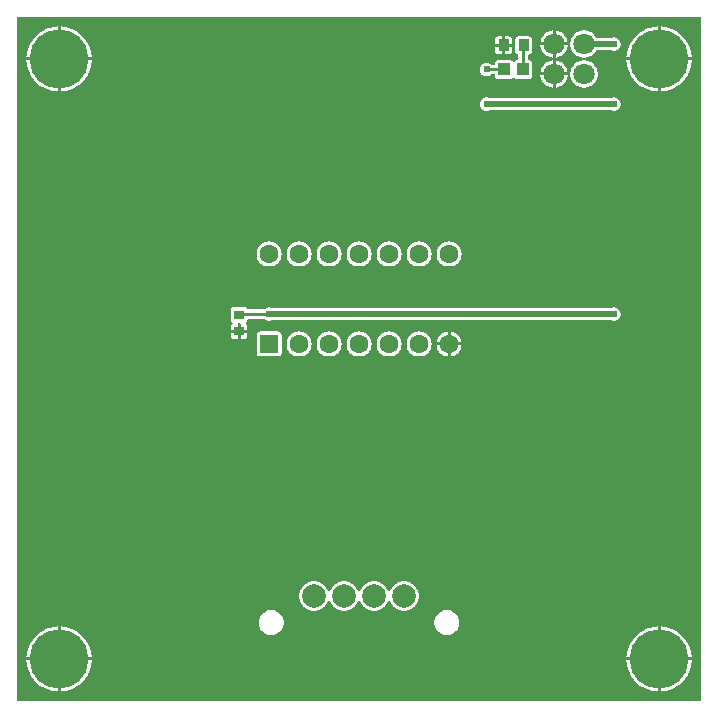
<source format=gtl>
G04 Layer: TopLayer*
G04 EasyEDA v6.5.22, 2022-11-04 13:25:20*
G04 85924a54d7f443bcb71dc3a66c5b611b,5a6b42c53f6a479593ecc07194224c93,10*
G04 Gerber Generator version 0.2*
G04 Scale: 100 percent, Rotated: No, Reflected: No *
G04 Dimensions in millimeters *
G04 leading zeros omitted , absolute positions ,4 integer and 5 decimal *
%FSLAX45Y45*%
%MOMM*%

%ADD10C,0.2540*%
%ADD11C,0.5000*%
%ADD12R,0.9000X0.8000*%
%ADD13R,0.8999X1.0000*%
%ADD14R,1.0000X1.1000*%
%ADD15R,1.6002X1.6002*%
%ADD16C,1.6002*%
%ADD17C,5.0000*%
%ADD18C,1.8000*%
%ADD19C,2.0000*%
%ADD20C,0.6096*%
%ADD21C,0.0179*%

%LPD*%
G36*
X5805932Y25908D02*
G01*
X36068Y26416D01*
X32156Y27178D01*
X28905Y29362D01*
X26670Y32664D01*
X25908Y36576D01*
X25908Y5805932D01*
X26670Y5809843D01*
X28905Y5813094D01*
X32156Y5815330D01*
X36068Y5816092D01*
X5805932Y5816092D01*
X5809843Y5815330D01*
X5813094Y5813094D01*
X5815330Y5809843D01*
X5816092Y5805932D01*
X5816092Y36068D01*
X5815330Y32207D01*
X5813094Y28905D01*
X5809843Y26670D01*
G37*

%LPC*%
G36*
X3175000Y3704082D02*
G01*
X3188817Y3704996D01*
X3202381Y3707688D01*
X3215538Y3712159D01*
X3227933Y3718306D01*
X3239465Y3725976D01*
X3249879Y3735120D01*
X3259023Y3745534D01*
X3266694Y3757066D01*
X3272840Y3769461D01*
X3277260Y3782568D01*
X3280003Y3796182D01*
X3280867Y3810000D01*
X3280003Y3823817D01*
X3277260Y3837381D01*
X3272840Y3850538D01*
X3266694Y3862933D01*
X3259023Y3874465D01*
X3249879Y3884879D01*
X3239465Y3894023D01*
X3227933Y3901694D01*
X3215538Y3907840D01*
X3202381Y3912260D01*
X3188817Y3915003D01*
X3175000Y3915867D01*
X3161182Y3915003D01*
X3147568Y3912260D01*
X3134461Y3907840D01*
X3122066Y3901694D01*
X3110534Y3894023D01*
X3100120Y3884879D01*
X3090976Y3874465D01*
X3083306Y3862933D01*
X3077159Y3850538D01*
X3072688Y3837381D01*
X3069996Y3823817D01*
X3069082Y3810000D01*
X3069996Y3796182D01*
X3072688Y3782568D01*
X3077159Y3769461D01*
X3083306Y3757066D01*
X3090976Y3745534D01*
X3100120Y3735120D01*
X3110534Y3725976D01*
X3122066Y3718306D01*
X3134461Y3712159D01*
X3147568Y3707688D01*
X3161182Y3704996D01*
G37*
G36*
X393700Y105562D02*
G01*
X398322Y105664D01*
X421284Y108051D01*
X443992Y112369D01*
X466242Y118618D01*
X487934Y126644D01*
X508812Y136499D01*
X528828Y148031D01*
X547827Y161239D01*
X565607Y175971D01*
X582117Y192125D01*
X597204Y209600D01*
X610819Y228295D01*
X622757Y248107D01*
X633018Y268782D01*
X641553Y290271D01*
X648208Y312369D01*
X653034Y334975D01*
X655929Y357936D01*
X656336Y368300D01*
X393700Y368300D01*
G37*
G36*
X5448300Y105613D02*
G01*
X5448300Y368300D01*
X5185410Y368300D01*
X5187289Y346405D01*
X5191150Y323646D01*
X5196890Y301244D01*
X5204460Y279450D01*
X5213858Y258317D01*
X5224983Y238099D01*
X5237784Y218846D01*
X5252161Y200710D01*
X5267960Y183896D01*
X5285130Y168402D01*
X5303520Y154432D01*
X5323027Y142087D01*
X5343499Y131368D01*
X5364835Y122428D01*
X5386781Y115265D01*
X5409285Y109982D01*
X5432145Y106629D01*
G37*
G36*
X368300Y105613D02*
G01*
X368300Y368300D01*
X105410Y368300D01*
X107289Y346405D01*
X111150Y323646D01*
X116890Y301244D01*
X124460Y279450D01*
X133858Y258317D01*
X144983Y238099D01*
X157784Y218846D01*
X172161Y200710D01*
X187960Y183896D01*
X205130Y168402D01*
X223520Y154432D01*
X243027Y142087D01*
X263499Y131368D01*
X284835Y122428D01*
X306781Y115265D01*
X329285Y109982D01*
X352145Y106629D01*
G37*
G36*
X5473700Y393700D02*
G01*
X5736336Y393700D01*
X5735929Y404063D01*
X5733034Y427024D01*
X5728208Y449630D01*
X5721553Y471728D01*
X5713018Y493217D01*
X5702757Y513892D01*
X5690819Y533704D01*
X5677204Y552348D01*
X5662117Y569874D01*
X5645607Y586028D01*
X5627827Y600760D01*
X5608828Y613968D01*
X5588812Y625500D01*
X5567934Y635355D01*
X5546242Y643382D01*
X5523992Y649630D01*
X5501284Y653948D01*
X5478322Y656336D01*
X5473700Y656437D01*
G37*
G36*
X393700Y393700D02*
G01*
X656336Y393700D01*
X655929Y404063D01*
X653034Y427024D01*
X648208Y449630D01*
X641553Y471728D01*
X633018Y493217D01*
X622757Y513892D01*
X610819Y533704D01*
X597204Y552348D01*
X582117Y569874D01*
X565607Y586028D01*
X547827Y600760D01*
X528828Y613968D01*
X508812Y625500D01*
X487934Y635355D01*
X466242Y643382D01*
X443992Y649630D01*
X421284Y653948D01*
X398322Y656336D01*
X393700Y656437D01*
G37*
G36*
X5185410Y393700D02*
G01*
X5448300Y393700D01*
X5448300Y656386D01*
X5432145Y655370D01*
X5409285Y652018D01*
X5386781Y646734D01*
X5364835Y639572D01*
X5343499Y630631D01*
X5323027Y619912D01*
X5303520Y607568D01*
X5285130Y593598D01*
X5267960Y578104D01*
X5252161Y561289D01*
X5237784Y543153D01*
X5224983Y523900D01*
X5213858Y503682D01*
X5204460Y482549D01*
X5196890Y460756D01*
X5191150Y438353D01*
X5187289Y415594D01*
G37*
G36*
X105410Y393700D02*
G01*
X368300Y393700D01*
X368300Y656386D01*
X352145Y655370D01*
X329285Y652018D01*
X306781Y646734D01*
X284835Y639572D01*
X263499Y630631D01*
X243027Y619912D01*
X223520Y607568D01*
X205130Y593598D01*
X187960Y578104D01*
X172161Y561289D01*
X157784Y543153D01*
X144983Y523900D01*
X133858Y503682D01*
X124460Y482549D01*
X116890Y460756D01*
X111150Y438353D01*
X107289Y415594D01*
G37*
G36*
X2177440Y583488D02*
G01*
X2191258Y584403D01*
X2204821Y587095D01*
X2217978Y591566D01*
X2230374Y597662D01*
X2241905Y605383D01*
X2252319Y614527D01*
X2261412Y624941D01*
X2269134Y636422D01*
X2275281Y648868D01*
X2279700Y661974D01*
X2282393Y675538D01*
X2283307Y689356D01*
X2282393Y703224D01*
X2279700Y716788D01*
X2275281Y729894D01*
X2269134Y742340D01*
X2261412Y753821D01*
X2252319Y764235D01*
X2241905Y773379D01*
X2230374Y781100D01*
X2217978Y787196D01*
X2204821Y791667D01*
X2191258Y794359D01*
X2177440Y795274D01*
X2163622Y794359D01*
X2150008Y791667D01*
X2136902Y787196D01*
X2124506Y781100D01*
X2112975Y773379D01*
X2102561Y764235D01*
X2093417Y753821D01*
X2085746Y742340D01*
X2079599Y729894D01*
X2075129Y716788D01*
X2072436Y703224D01*
X2071522Y689356D01*
X2072436Y675538D01*
X2075129Y661974D01*
X2079599Y648868D01*
X2085746Y636422D01*
X2093417Y624941D01*
X2102561Y614527D01*
X2112975Y605383D01*
X2124506Y597662D01*
X2136902Y591566D01*
X2150008Y587095D01*
X2163622Y584403D01*
G37*
G36*
X3664508Y583488D02*
G01*
X3678326Y584403D01*
X3691940Y587095D01*
X3705047Y591566D01*
X3717493Y597662D01*
X3728974Y605383D01*
X3739387Y614527D01*
X3748532Y624941D01*
X3756202Y636422D01*
X3762349Y648868D01*
X3766820Y661974D01*
X3769512Y675538D01*
X3770426Y689356D01*
X3769512Y703224D01*
X3766820Y716788D01*
X3762349Y729894D01*
X3756202Y742340D01*
X3748532Y753821D01*
X3739387Y764235D01*
X3728974Y773379D01*
X3717493Y781100D01*
X3705047Y787196D01*
X3691940Y791667D01*
X3678326Y794359D01*
X3664508Y795274D01*
X3650691Y794359D01*
X3637127Y791667D01*
X3624021Y787196D01*
X3611575Y781100D01*
X3600043Y773379D01*
X3589629Y764235D01*
X3580536Y753821D01*
X3572814Y742340D01*
X3566718Y729894D01*
X3562248Y716788D01*
X3559556Y703224D01*
X3558641Y689356D01*
X3559556Y675538D01*
X3562248Y661974D01*
X3566718Y648868D01*
X3572814Y636422D01*
X3580536Y624941D01*
X3589629Y614527D01*
X3600043Y605383D01*
X3611575Y597662D01*
X3624021Y591566D01*
X3637127Y587095D01*
X3650691Y584403D01*
G37*
G36*
X2540000Y788517D02*
G01*
X2555189Y789432D01*
X2570124Y792175D01*
X2584653Y796696D01*
X2598521Y802894D01*
X2611526Y810768D01*
X2623464Y820166D01*
X2634234Y830884D01*
X2643581Y842873D01*
X2651455Y855878D01*
X2657754Y869797D01*
X2659938Y872947D01*
X2663190Y875080D01*
X2667000Y875792D01*
X2670810Y875080D01*
X2674061Y872947D01*
X2676245Y869797D01*
X2682544Y855878D01*
X2690418Y842873D01*
X2699766Y830884D01*
X2710535Y820166D01*
X2722473Y810768D01*
X2735478Y802894D01*
X2749346Y796696D01*
X2763875Y792175D01*
X2778810Y789432D01*
X2794000Y788517D01*
X2809189Y789432D01*
X2824124Y792175D01*
X2838653Y796696D01*
X2852521Y802894D01*
X2865526Y810768D01*
X2877464Y820166D01*
X2888234Y830884D01*
X2897581Y842873D01*
X2905455Y855878D01*
X2911754Y869797D01*
X2913938Y872947D01*
X2917190Y875080D01*
X2921000Y875792D01*
X2924810Y875080D01*
X2928061Y872947D01*
X2930245Y869797D01*
X2936544Y855878D01*
X2944418Y842873D01*
X2953766Y830884D01*
X2964535Y820166D01*
X2976473Y810768D01*
X2989478Y802894D01*
X3003346Y796696D01*
X3017875Y792175D01*
X3032810Y789432D01*
X3048000Y788517D01*
X3063189Y789432D01*
X3078124Y792175D01*
X3092653Y796696D01*
X3106521Y802894D01*
X3119526Y810768D01*
X3131464Y820166D01*
X3142234Y830884D01*
X3151581Y842873D01*
X3159455Y855878D01*
X3165754Y869797D01*
X3167938Y872947D01*
X3171190Y875080D01*
X3175000Y875792D01*
X3178810Y875080D01*
X3182061Y872947D01*
X3184245Y869797D01*
X3190544Y855878D01*
X3198418Y842873D01*
X3207766Y830884D01*
X3218535Y820166D01*
X3230473Y810768D01*
X3243478Y802894D01*
X3257346Y796696D01*
X3271875Y792175D01*
X3286810Y789432D01*
X3302000Y788517D01*
X3317189Y789432D01*
X3332124Y792175D01*
X3346653Y796696D01*
X3360521Y802894D01*
X3373526Y810768D01*
X3385464Y820166D01*
X3396234Y830884D01*
X3405581Y842873D01*
X3413455Y855878D01*
X3419703Y869746D01*
X3424224Y884275D01*
X3426968Y899210D01*
X3427882Y914400D01*
X3426968Y929538D01*
X3424224Y944524D01*
X3419703Y959053D01*
X3413455Y972870D01*
X3405581Y985875D01*
X3396234Y997864D01*
X3385464Y1008634D01*
X3373526Y1017981D01*
X3360521Y1025855D01*
X3346653Y1032103D01*
X3332124Y1036624D01*
X3317189Y1039368D01*
X3302000Y1040282D01*
X3286810Y1039368D01*
X3271875Y1036624D01*
X3257346Y1032103D01*
X3243478Y1025855D01*
X3230473Y1017981D01*
X3218535Y1008634D01*
X3207766Y997864D01*
X3198418Y985875D01*
X3190544Y972870D01*
X3184245Y958951D01*
X3182061Y955802D01*
X3178810Y953719D01*
X3175000Y952957D01*
X3171190Y953719D01*
X3167938Y955802D01*
X3165754Y958951D01*
X3159455Y972870D01*
X3151581Y985875D01*
X3142234Y997864D01*
X3131464Y1008634D01*
X3119526Y1017981D01*
X3106521Y1025855D01*
X3092653Y1032103D01*
X3078124Y1036624D01*
X3063189Y1039368D01*
X3048000Y1040282D01*
X3032810Y1039368D01*
X3017875Y1036624D01*
X3003346Y1032103D01*
X2989478Y1025855D01*
X2976473Y1017981D01*
X2964535Y1008634D01*
X2953766Y997864D01*
X2944418Y985875D01*
X2936544Y972870D01*
X2930245Y958951D01*
X2928061Y955802D01*
X2924810Y953719D01*
X2921000Y952957D01*
X2917190Y953719D01*
X2913938Y955802D01*
X2911754Y958951D01*
X2905455Y972870D01*
X2897581Y985875D01*
X2888234Y997864D01*
X2877464Y1008634D01*
X2865526Y1017981D01*
X2852521Y1025855D01*
X2838653Y1032103D01*
X2824124Y1036624D01*
X2809189Y1039368D01*
X2794000Y1040282D01*
X2778810Y1039368D01*
X2763875Y1036624D01*
X2749346Y1032103D01*
X2735478Y1025855D01*
X2722473Y1017981D01*
X2710535Y1008634D01*
X2699766Y997864D01*
X2690418Y985875D01*
X2682544Y972870D01*
X2676245Y958951D01*
X2674061Y955802D01*
X2670810Y953719D01*
X2667000Y952957D01*
X2663190Y953719D01*
X2659938Y955802D01*
X2657754Y958951D01*
X2651455Y972870D01*
X2643581Y985875D01*
X2634234Y997864D01*
X2623464Y1008634D01*
X2611526Y1017981D01*
X2598521Y1025855D01*
X2584653Y1032103D01*
X2570124Y1036624D01*
X2555189Y1039368D01*
X2540000Y1040282D01*
X2524810Y1039368D01*
X2509875Y1036624D01*
X2495346Y1032103D01*
X2481478Y1025855D01*
X2468473Y1017981D01*
X2456535Y1008634D01*
X2445766Y997864D01*
X2436418Y985875D01*
X2428544Y972870D01*
X2422296Y959053D01*
X2417775Y944524D01*
X2415032Y929538D01*
X2414117Y914400D01*
X2415032Y899210D01*
X2417775Y884275D01*
X2422296Y869746D01*
X2428544Y855878D01*
X2436418Y842873D01*
X2445766Y830884D01*
X2456535Y820166D01*
X2468473Y810768D01*
X2481478Y802894D01*
X2495346Y796696D01*
X2509875Y792175D01*
X2524810Y789432D01*
G37*
G36*
X4456887Y5600700D02*
G01*
X4559300Y5600700D01*
X4559300Y5702960D01*
X4550308Y5701842D01*
X4536186Y5698236D01*
X4522673Y5692851D01*
X4509922Y5685840D01*
X4498136Y5677306D01*
X4487519Y5667349D01*
X4478223Y5656122D01*
X4470450Y5643829D01*
X4464253Y5630672D01*
X4459732Y5616803D01*
X4457039Y5602528D01*
G37*
G36*
X4584700Y5600700D02*
G01*
X4687112Y5600700D01*
X4686960Y5602528D01*
X4684268Y5616803D01*
X4679746Y5630672D01*
X4673549Y5643829D01*
X4665776Y5656122D01*
X4656480Y5667349D01*
X4645863Y5677306D01*
X4634077Y5685840D01*
X4621326Y5692851D01*
X4607814Y5698236D01*
X4593691Y5701842D01*
X4584700Y5702960D01*
G37*
G36*
X4073194Y5588000D02*
G01*
X4131411Y5588000D01*
X4131411Y5651195D01*
X4099661Y5651195D01*
X4093362Y5650484D01*
X4087876Y5648604D01*
X4082999Y5645505D01*
X4078884Y5641390D01*
X4075785Y5636514D01*
X4073906Y5631027D01*
X4073194Y5624728D01*
G37*
G36*
X4156811Y5588000D02*
G01*
X4214977Y5588000D01*
X4214977Y5624728D01*
X4214266Y5631027D01*
X4212386Y5636514D01*
X4209288Y5641390D01*
X4205224Y5645505D01*
X4200296Y5648604D01*
X4194860Y5650484D01*
X4188510Y5651195D01*
X4156811Y5651195D01*
G37*
G36*
X4099661Y5499404D02*
G01*
X4131411Y5499404D01*
X4131411Y5562600D01*
X4073194Y5562600D01*
X4073194Y5525871D01*
X4073906Y5519521D01*
X4075785Y5514086D01*
X4078884Y5509158D01*
X4082999Y5505094D01*
X4087876Y5501995D01*
X4093362Y5500116D01*
G37*
G36*
X4156811Y5499404D02*
G01*
X4188510Y5499404D01*
X4194860Y5500116D01*
X4200296Y5501995D01*
X4205224Y5505094D01*
X4209288Y5509158D01*
X4212386Y5514086D01*
X4214266Y5519521D01*
X4214977Y5525871D01*
X4214977Y5562600D01*
X4156811Y5562600D01*
G37*
G36*
X2921000Y2942082D02*
G01*
X2934817Y2942996D01*
X2948381Y2945688D01*
X2961538Y2950159D01*
X2973933Y2956306D01*
X2985465Y2963976D01*
X2995879Y2973120D01*
X3005023Y2983534D01*
X3012694Y2995066D01*
X3018840Y3007461D01*
X3023260Y3020568D01*
X3026003Y3034182D01*
X3026867Y3048000D01*
X3026003Y3061817D01*
X3023260Y3075381D01*
X3018840Y3088538D01*
X3012694Y3100933D01*
X3005023Y3112465D01*
X2995879Y3122879D01*
X2985465Y3132023D01*
X2973933Y3139694D01*
X2961538Y3145840D01*
X2948381Y3150260D01*
X2934817Y3153003D01*
X2921000Y3153867D01*
X2907182Y3153003D01*
X2893568Y3150260D01*
X2880461Y3145840D01*
X2868066Y3139694D01*
X2856534Y3132023D01*
X2846120Y3122879D01*
X2836976Y3112465D01*
X2829306Y3100933D01*
X2823159Y3088538D01*
X2818688Y3075381D01*
X2815996Y3061817D01*
X2815082Y3048000D01*
X2815996Y3034182D01*
X2818688Y3020568D01*
X2823159Y3007461D01*
X2829306Y2995066D01*
X2836976Y2983534D01*
X2846120Y2973120D01*
X2856534Y2963976D01*
X2868066Y2956306D01*
X2880461Y2950159D01*
X2893568Y2945688D01*
X2907182Y2942996D01*
G37*
G36*
X2667000Y2942082D02*
G01*
X2680817Y2942996D01*
X2694381Y2945688D01*
X2707538Y2950159D01*
X2719933Y2956306D01*
X2731465Y2963976D01*
X2741879Y2973120D01*
X2751023Y2983534D01*
X2758694Y2995066D01*
X2764840Y3007461D01*
X2769260Y3020568D01*
X2772003Y3034182D01*
X2772867Y3048000D01*
X2772003Y3061817D01*
X2769260Y3075381D01*
X2764840Y3088538D01*
X2758694Y3100933D01*
X2751023Y3112465D01*
X2741879Y3122879D01*
X2731465Y3132023D01*
X2719933Y3139694D01*
X2707538Y3145840D01*
X2694381Y3150260D01*
X2680817Y3153003D01*
X2667000Y3153867D01*
X2653182Y3153003D01*
X2639568Y3150260D01*
X2626461Y3145840D01*
X2614066Y3139694D01*
X2602534Y3132023D01*
X2592120Y3122879D01*
X2582976Y3112465D01*
X2575306Y3100933D01*
X2569159Y3088538D01*
X2564688Y3075381D01*
X2561996Y3061817D01*
X2561082Y3048000D01*
X2561996Y3034182D01*
X2564688Y3020568D01*
X2569159Y3007461D01*
X2575306Y2995066D01*
X2582976Y2983534D01*
X2592120Y2973120D01*
X2602534Y2963976D01*
X2614066Y2956306D01*
X2626461Y2950159D01*
X2639568Y2945688D01*
X2653182Y2942996D01*
G37*
G36*
X2413000Y2942082D02*
G01*
X2426817Y2942996D01*
X2440381Y2945688D01*
X2453538Y2950159D01*
X2465933Y2956306D01*
X2477465Y2963976D01*
X2487879Y2973120D01*
X2497023Y2983534D01*
X2504694Y2995066D01*
X2510840Y3007461D01*
X2515260Y3020568D01*
X2518003Y3034182D01*
X2518867Y3048000D01*
X2518003Y3061817D01*
X2515260Y3075381D01*
X2510840Y3088538D01*
X2504694Y3100933D01*
X2497023Y3112465D01*
X2487879Y3122879D01*
X2477465Y3132023D01*
X2465933Y3139694D01*
X2453538Y3145840D01*
X2440381Y3150260D01*
X2426817Y3153003D01*
X2413000Y3153867D01*
X2399182Y3153003D01*
X2385568Y3150260D01*
X2372461Y3145840D01*
X2360066Y3139694D01*
X2348534Y3132023D01*
X2338120Y3122879D01*
X2328976Y3112465D01*
X2321306Y3100933D01*
X2315159Y3088538D01*
X2310688Y3075381D01*
X2307996Y3061817D01*
X2307082Y3048000D01*
X2307996Y3034182D01*
X2310688Y3020568D01*
X2315159Y3007461D01*
X2321306Y2995066D01*
X2328976Y2983534D01*
X2338120Y2973120D01*
X2348534Y2963976D01*
X2360066Y2956306D01*
X2372461Y2950159D01*
X2385568Y2945688D01*
X2399182Y2942996D01*
G37*
G36*
X3175000Y2942082D02*
G01*
X3188817Y2942996D01*
X3202381Y2945688D01*
X3215538Y2950159D01*
X3227933Y2956306D01*
X3239465Y2963976D01*
X3249879Y2973120D01*
X3259023Y2983534D01*
X3266694Y2995066D01*
X3272840Y3007461D01*
X3277260Y3020568D01*
X3280003Y3034182D01*
X3280867Y3048000D01*
X3280003Y3061817D01*
X3277260Y3075381D01*
X3272840Y3088538D01*
X3266694Y3100933D01*
X3259023Y3112465D01*
X3249879Y3122879D01*
X3239465Y3132023D01*
X3227933Y3139694D01*
X3215538Y3145840D01*
X3202381Y3150260D01*
X3188817Y3153003D01*
X3175000Y3153867D01*
X3161182Y3153003D01*
X3147568Y3150260D01*
X3134461Y3145840D01*
X3122066Y3139694D01*
X3110534Y3132023D01*
X3100120Y3122879D01*
X3090976Y3112465D01*
X3083306Y3100933D01*
X3077159Y3088538D01*
X3072688Y3075381D01*
X3069996Y3061817D01*
X3069082Y3048000D01*
X3069996Y3034182D01*
X3072688Y3020568D01*
X3077159Y3007461D01*
X3083306Y2995066D01*
X3090976Y2983534D01*
X3100120Y2973120D01*
X3110534Y2963976D01*
X3122066Y2956306D01*
X3134461Y2950159D01*
X3147568Y2945688D01*
X3161182Y2942996D01*
G37*
G36*
X3429000Y2942082D02*
G01*
X3442817Y2942996D01*
X3456381Y2945688D01*
X3469538Y2950159D01*
X3481933Y2956306D01*
X3493465Y2963976D01*
X3503879Y2973120D01*
X3513023Y2983534D01*
X3520694Y2995066D01*
X3526840Y3007461D01*
X3531260Y3020568D01*
X3534003Y3034182D01*
X3534867Y3048000D01*
X3534003Y3061817D01*
X3531260Y3075381D01*
X3526840Y3088538D01*
X3520694Y3100933D01*
X3513023Y3112465D01*
X3503879Y3122879D01*
X3493465Y3132023D01*
X3481933Y3139694D01*
X3469538Y3145840D01*
X3456381Y3150260D01*
X3442817Y3153003D01*
X3429000Y3153867D01*
X3415182Y3153003D01*
X3401568Y3150260D01*
X3388461Y3145840D01*
X3376066Y3139694D01*
X3364534Y3132023D01*
X3354120Y3122879D01*
X3344976Y3112465D01*
X3337306Y3100933D01*
X3331159Y3088538D01*
X3326688Y3075381D01*
X3323996Y3061817D01*
X3323082Y3048000D01*
X3323996Y3034182D01*
X3326688Y3020568D01*
X3331159Y3007461D01*
X3337306Y2995066D01*
X3344976Y2983534D01*
X3354120Y2973120D01*
X3364534Y2963976D01*
X3376066Y2956306D01*
X3388461Y2950159D01*
X3401568Y2945688D01*
X3415182Y2942996D01*
G37*
G36*
X2079548Y2942082D02*
G01*
X2238451Y2942082D01*
X2244750Y2942793D01*
X2250236Y2944672D01*
X2255113Y2947771D01*
X2259228Y2951886D01*
X2262276Y2956763D01*
X2264206Y2962249D01*
X2264918Y2968548D01*
X2264918Y3127451D01*
X2264206Y3133750D01*
X2262276Y3139236D01*
X2259228Y3144113D01*
X2255113Y3148228D01*
X2250236Y3151276D01*
X2244750Y3153206D01*
X2238451Y3153918D01*
X2079548Y3153918D01*
X2073249Y3153206D01*
X2067763Y3151276D01*
X2062886Y3148228D01*
X2058771Y3144113D01*
X2055723Y3139236D01*
X2053793Y3133750D01*
X2053082Y3127451D01*
X2053082Y2968548D01*
X2053793Y2962249D01*
X2055723Y2956763D01*
X2058771Y2951886D01*
X2062886Y2947771D01*
X2067763Y2944672D01*
X2073249Y2942793D01*
G37*
G36*
X3670300Y2942945D02*
G01*
X3670300Y3035300D01*
X3577945Y3035300D01*
X3577996Y3034182D01*
X3580688Y3020568D01*
X3585159Y3007461D01*
X3591306Y2995066D01*
X3598976Y2983534D01*
X3608120Y2973120D01*
X3618534Y2963976D01*
X3630066Y2956306D01*
X3642461Y2950159D01*
X3655568Y2945688D01*
X3669182Y2942996D01*
G37*
G36*
X3695700Y2942945D02*
G01*
X3696817Y2942996D01*
X3710381Y2945688D01*
X3723538Y2950159D01*
X3735933Y2956306D01*
X3747465Y2963976D01*
X3757879Y2973120D01*
X3767023Y2983534D01*
X3774694Y2995066D01*
X3780840Y3007461D01*
X3785260Y3020568D01*
X3788003Y3034182D01*
X3788054Y3035300D01*
X3695700Y3035300D01*
G37*
G36*
X3577945Y3060700D02*
G01*
X3670300Y3060700D01*
X3670300Y3153054D01*
X3669182Y3153003D01*
X3655568Y3150260D01*
X3642461Y3145840D01*
X3630066Y3139694D01*
X3618534Y3132023D01*
X3608120Y3122879D01*
X3598976Y3112465D01*
X3591306Y3100933D01*
X3585159Y3088538D01*
X3580688Y3075381D01*
X3577996Y3061817D01*
G37*
G36*
X3695700Y3060700D02*
G01*
X3788054Y3060700D01*
X3788003Y3061817D01*
X3785260Y3075381D01*
X3780840Y3088538D01*
X3774694Y3100933D01*
X3767023Y3112465D01*
X3757879Y3122879D01*
X3747465Y3132023D01*
X3735933Y3139694D01*
X3723538Y3145840D01*
X3710381Y3150260D01*
X3696817Y3153003D01*
X3695700Y3153054D01*
G37*
G36*
X1917700Y3089910D02*
G01*
X1949450Y3089910D01*
X1955749Y3090621D01*
X1961235Y3092500D01*
X1966112Y3095599D01*
X1970227Y3099714D01*
X1973275Y3104591D01*
X1975205Y3110026D01*
X1975916Y3116376D01*
X1975916Y3143097D01*
X1917700Y3143097D01*
G37*
G36*
X1860550Y3089910D02*
G01*
X1892300Y3089910D01*
X1892300Y3143097D01*
X1834083Y3143097D01*
X1834083Y3116376D01*
X1834794Y3110026D01*
X1836724Y3104591D01*
X1839772Y3099714D01*
X1843887Y3095599D01*
X1848764Y3092500D01*
X1854250Y3090621D01*
G37*
G36*
X1834083Y3168497D02*
G01*
X1892300Y3168497D01*
X1892300Y3219704D01*
X1893062Y3223615D01*
X1895297Y3226917D01*
X1898548Y3229102D01*
X1902460Y3229864D01*
X1907539Y3229864D01*
X1911400Y3229102D01*
X1914702Y3226917D01*
X1916938Y3223615D01*
X1917700Y3219704D01*
X1917700Y3168497D01*
X1975916Y3168497D01*
X1975916Y3195218D01*
X1975205Y3201568D01*
X1973275Y3207004D01*
X1970227Y3211931D01*
X1966112Y3215995D01*
X1964232Y3217214D01*
X1961286Y3220008D01*
X1959660Y3223768D01*
X1959660Y3227832D01*
X1961286Y3231591D01*
X1964232Y3234385D01*
X1966112Y3235553D01*
X1970227Y3239668D01*
X1973275Y3244545D01*
X1975205Y3250031D01*
X1975662Y3254349D01*
X1976729Y3257905D01*
X1979015Y3260801D01*
X1982165Y3262731D01*
X1985772Y3263392D01*
X2113991Y3263392D01*
X2117902Y3262629D01*
X2121204Y3260394D01*
X2122779Y3258820D01*
X2130806Y3253181D01*
X2139746Y3249066D01*
X2149195Y3246475D01*
X2159000Y3245662D01*
X2168804Y3246475D01*
X2178253Y3249066D01*
X2180640Y3250133D01*
X2184908Y3251098D01*
X5054092Y3251098D01*
X5058359Y3250133D01*
X5060746Y3249066D01*
X5070195Y3246526D01*
X5080000Y3245662D01*
X5089804Y3246526D01*
X5099253Y3249066D01*
X5108194Y3253181D01*
X5116220Y3258820D01*
X5123180Y3265779D01*
X5128818Y3273806D01*
X5132933Y3282746D01*
X5135473Y3292195D01*
X5136337Y3302000D01*
X5135473Y3311804D01*
X5132933Y3321253D01*
X5128818Y3330194D01*
X5123180Y3338220D01*
X5116220Y3345179D01*
X5108194Y3350818D01*
X5099253Y3354933D01*
X5089804Y3357473D01*
X5080000Y3358337D01*
X5070195Y3357473D01*
X5060746Y3354933D01*
X5058410Y3353866D01*
X5054092Y3352901D01*
X2184908Y3352901D01*
X2180590Y3353866D01*
X2178253Y3354933D01*
X2168804Y3357473D01*
X2159000Y3358337D01*
X2149195Y3357473D01*
X2139746Y3354933D01*
X2130806Y3350768D01*
X2122779Y3345179D01*
X2121204Y3343605D01*
X2117902Y3341370D01*
X2113991Y3340608D01*
X1982724Y3340608D01*
X1979320Y3341217D01*
X1976272Y3342894D01*
X1974037Y3345535D01*
X1970125Y3351936D01*
X1966112Y3356000D01*
X1961235Y3359048D01*
X1955749Y3360978D01*
X1949450Y3361690D01*
X1860550Y3361690D01*
X1854250Y3360978D01*
X1848764Y3359048D01*
X1843887Y3356000D01*
X1839772Y3351885D01*
X1836724Y3347008D01*
X1834794Y3341522D01*
X1834083Y3335223D01*
X1834083Y3256330D01*
X1834794Y3250031D01*
X1836724Y3244545D01*
X1839772Y3239668D01*
X1843887Y3235553D01*
X1845767Y3234385D01*
X1848713Y3231591D01*
X1850288Y3227832D01*
X1850288Y3223768D01*
X1848713Y3220008D01*
X1845767Y3217214D01*
X1843887Y3215995D01*
X1839772Y3211931D01*
X1836724Y3207004D01*
X1834794Y3201568D01*
X1834083Y3195218D01*
G37*
G36*
X105410Y5473700D02*
G01*
X368300Y5473700D01*
X368300Y5736386D01*
X352145Y5735370D01*
X329285Y5732018D01*
X306781Y5726734D01*
X284835Y5719572D01*
X263499Y5710631D01*
X243027Y5699912D01*
X223520Y5687568D01*
X205130Y5673598D01*
X187960Y5658104D01*
X172161Y5641289D01*
X157784Y5623153D01*
X144983Y5603900D01*
X133858Y5583682D01*
X124460Y5562549D01*
X116890Y5540756D01*
X111150Y5518353D01*
X107289Y5495594D01*
G37*
G36*
X5185410Y5473700D02*
G01*
X5448300Y5473700D01*
X5448300Y5736386D01*
X5432145Y5735370D01*
X5409285Y5732018D01*
X5386781Y5726734D01*
X5364835Y5719572D01*
X5343499Y5710631D01*
X5323027Y5699912D01*
X5303520Y5687568D01*
X5285130Y5673598D01*
X5267960Y5658104D01*
X5252161Y5641289D01*
X5237784Y5623153D01*
X5224983Y5603900D01*
X5213858Y5583682D01*
X5204460Y5562549D01*
X5196890Y5540756D01*
X5191150Y5518353D01*
X5187289Y5495594D01*
G37*
G36*
X5473700Y5473700D02*
G01*
X5736336Y5473700D01*
X5735929Y5484063D01*
X5733034Y5507024D01*
X5728208Y5529630D01*
X5721553Y5551728D01*
X5713018Y5573217D01*
X5702757Y5593892D01*
X5690819Y5613704D01*
X5677204Y5632348D01*
X5662117Y5649874D01*
X5645607Y5666028D01*
X5627827Y5680760D01*
X5608828Y5693968D01*
X5588812Y5705500D01*
X5567934Y5715355D01*
X5546242Y5723382D01*
X5523992Y5729630D01*
X5501284Y5733948D01*
X5478322Y5736336D01*
X5473700Y5736437D01*
G37*
G36*
X393700Y5473700D02*
G01*
X656336Y5473700D01*
X655929Y5484063D01*
X653034Y5507024D01*
X648208Y5529630D01*
X641553Y5551728D01*
X633018Y5573217D01*
X622757Y5593892D01*
X610819Y5613704D01*
X597204Y5632348D01*
X582117Y5649874D01*
X565607Y5666028D01*
X547827Y5680760D01*
X528828Y5693968D01*
X508812Y5705500D01*
X487934Y5715355D01*
X466242Y5723382D01*
X443992Y5729630D01*
X421284Y5733948D01*
X398322Y5736336D01*
X393700Y5736437D01*
G37*
G36*
X4559300Y5473039D02*
G01*
X4559300Y5575300D01*
X4456887Y5575300D01*
X4457039Y5573471D01*
X4459732Y5559196D01*
X4464253Y5545328D01*
X4470450Y5532170D01*
X4478223Y5519877D01*
X4487519Y5508650D01*
X4498136Y5498693D01*
X4509922Y5490159D01*
X4522673Y5483148D01*
X4536186Y5477764D01*
X4550308Y5474157D01*
G37*
G36*
X2667000Y3704082D02*
G01*
X2680817Y3704996D01*
X2694381Y3707688D01*
X2707538Y3712159D01*
X2719933Y3718306D01*
X2731465Y3725976D01*
X2741879Y3735120D01*
X2751023Y3745534D01*
X2758694Y3757066D01*
X2764840Y3769461D01*
X2769260Y3782568D01*
X2772003Y3796182D01*
X2772867Y3810000D01*
X2772003Y3823817D01*
X2769260Y3837381D01*
X2764840Y3850538D01*
X2758694Y3862933D01*
X2751023Y3874465D01*
X2741879Y3884879D01*
X2731465Y3894023D01*
X2719933Y3901694D01*
X2707538Y3907840D01*
X2694381Y3912260D01*
X2680817Y3915003D01*
X2667000Y3915867D01*
X2653182Y3915003D01*
X2639568Y3912260D01*
X2626461Y3907840D01*
X2614066Y3901694D01*
X2602534Y3894023D01*
X2592120Y3884879D01*
X2582976Y3874465D01*
X2575306Y3862933D01*
X2569159Y3850538D01*
X2564688Y3837381D01*
X2561996Y3823817D01*
X2561082Y3810000D01*
X2561996Y3796182D01*
X2564688Y3782568D01*
X2569159Y3769461D01*
X2575306Y3757066D01*
X2582976Y3745534D01*
X2592120Y3735120D01*
X2602534Y3725976D01*
X2614066Y3718306D01*
X2626461Y3712159D01*
X2639568Y3707688D01*
X2653182Y3704996D01*
G37*
G36*
X5473700Y105562D02*
G01*
X5478322Y105664D01*
X5501284Y108051D01*
X5523992Y112369D01*
X5546242Y118618D01*
X5567934Y126644D01*
X5588812Y136499D01*
X5608828Y148031D01*
X5627827Y161239D01*
X5645607Y175971D01*
X5662117Y192125D01*
X5677204Y209600D01*
X5690819Y228295D01*
X5702757Y248107D01*
X5713018Y268782D01*
X5721553Y290271D01*
X5728208Y312369D01*
X5733034Y334975D01*
X5735929Y357936D01*
X5736336Y368300D01*
X5473700Y368300D01*
G37*
G36*
X2413000Y3704082D02*
G01*
X2426817Y3704996D01*
X2440381Y3707688D01*
X2453538Y3712159D01*
X2465933Y3718306D01*
X2477465Y3725976D01*
X2487879Y3735120D01*
X2497023Y3745534D01*
X2504694Y3757066D01*
X2510840Y3769461D01*
X2515260Y3782568D01*
X2518003Y3796182D01*
X2518867Y3810000D01*
X2518003Y3823817D01*
X2515260Y3837381D01*
X2510840Y3850538D01*
X2504694Y3862933D01*
X2497023Y3874465D01*
X2487879Y3884879D01*
X2477465Y3894023D01*
X2465933Y3901694D01*
X2453538Y3907840D01*
X2440381Y3912260D01*
X2426817Y3915003D01*
X2413000Y3915867D01*
X2399182Y3915003D01*
X2385568Y3912260D01*
X2372461Y3907840D01*
X2360066Y3901694D01*
X2348534Y3894023D01*
X2338120Y3884879D01*
X2328976Y3874465D01*
X2321306Y3862933D01*
X2315159Y3850538D01*
X2310688Y3837381D01*
X2307996Y3823817D01*
X2307082Y3810000D01*
X2307996Y3796182D01*
X2310688Y3782568D01*
X2315159Y3769461D01*
X2321306Y3757066D01*
X2328976Y3745534D01*
X2338120Y3735120D01*
X2348534Y3725976D01*
X2360066Y3718306D01*
X2372461Y3712159D01*
X2385568Y3707688D01*
X2399182Y3704996D01*
G37*
G36*
X3429000Y3704082D02*
G01*
X3442817Y3704996D01*
X3456381Y3707688D01*
X3469538Y3712159D01*
X3481933Y3718306D01*
X3493465Y3725976D01*
X3503879Y3735120D01*
X3513023Y3745534D01*
X3520694Y3757066D01*
X3526840Y3769461D01*
X3531260Y3782568D01*
X3534003Y3796182D01*
X3534867Y3810000D01*
X3534003Y3823817D01*
X3531260Y3837381D01*
X3526840Y3850538D01*
X3520694Y3862933D01*
X3513023Y3874465D01*
X3503879Y3884879D01*
X3493465Y3894023D01*
X3481933Y3901694D01*
X3469538Y3907840D01*
X3456381Y3912260D01*
X3442817Y3915003D01*
X3429000Y3915867D01*
X3415182Y3915003D01*
X3401568Y3912260D01*
X3388461Y3907840D01*
X3376066Y3901694D01*
X3364534Y3894023D01*
X3354120Y3884879D01*
X3344976Y3874465D01*
X3337306Y3862933D01*
X3331159Y3850538D01*
X3326688Y3837381D01*
X3323996Y3823817D01*
X3323082Y3810000D01*
X3323996Y3796182D01*
X3326688Y3782568D01*
X3331159Y3769461D01*
X3337306Y3757066D01*
X3344976Y3745534D01*
X3354120Y3735120D01*
X3364534Y3725976D01*
X3376066Y3718306D01*
X3388461Y3712159D01*
X3401568Y3707688D01*
X3415182Y3704996D01*
G37*
G36*
X2921000Y3704082D02*
G01*
X2934817Y3704996D01*
X2948381Y3707688D01*
X2961538Y3712159D01*
X2973933Y3718306D01*
X2985465Y3725976D01*
X2995879Y3735120D01*
X3005023Y3745534D01*
X3012694Y3757066D01*
X3018840Y3769461D01*
X3023260Y3782568D01*
X3026003Y3796182D01*
X3026867Y3810000D01*
X3026003Y3823817D01*
X3023260Y3837381D01*
X3018840Y3850538D01*
X3012694Y3862933D01*
X3005023Y3874465D01*
X2995879Y3884879D01*
X2985465Y3894023D01*
X2973933Y3901694D01*
X2961538Y3907840D01*
X2948381Y3912260D01*
X2934817Y3915003D01*
X2921000Y3915867D01*
X2907182Y3915003D01*
X2893568Y3912260D01*
X2880461Y3907840D01*
X2868066Y3901694D01*
X2856534Y3894023D01*
X2846120Y3884879D01*
X2836976Y3874465D01*
X2829306Y3862933D01*
X2823159Y3850538D01*
X2818688Y3837381D01*
X2815996Y3823817D01*
X2815082Y3810000D01*
X2815996Y3796182D01*
X2818688Y3782568D01*
X2823159Y3769461D01*
X2829306Y3757066D01*
X2836976Y3745534D01*
X2846120Y3735120D01*
X2856534Y3725976D01*
X2868066Y3718306D01*
X2880461Y3712159D01*
X2893568Y3707688D01*
X2907182Y3704996D01*
G37*
G36*
X2159000Y3704082D02*
G01*
X2172817Y3704996D01*
X2186381Y3707688D01*
X2199538Y3712159D01*
X2211933Y3718306D01*
X2223465Y3725976D01*
X2233879Y3735120D01*
X2243023Y3745534D01*
X2250694Y3757066D01*
X2256840Y3769461D01*
X2261260Y3782568D01*
X2264003Y3796182D01*
X2264867Y3810000D01*
X2264003Y3823817D01*
X2261260Y3837381D01*
X2256840Y3850538D01*
X2250694Y3862933D01*
X2243023Y3874465D01*
X2233879Y3884879D01*
X2223465Y3894023D01*
X2211933Y3901694D01*
X2199538Y3907840D01*
X2186381Y3912260D01*
X2172817Y3915003D01*
X2159000Y3915867D01*
X2145182Y3915003D01*
X2131568Y3912260D01*
X2118461Y3907840D01*
X2106066Y3901694D01*
X2094534Y3894023D01*
X2084120Y3884879D01*
X2074976Y3874465D01*
X2067306Y3862933D01*
X2061159Y3850538D01*
X2056688Y3837381D01*
X2053996Y3823817D01*
X2053082Y3810000D01*
X2053996Y3796182D01*
X2056688Y3782568D01*
X2061159Y3769461D01*
X2067306Y3757066D01*
X2074976Y3745534D01*
X2084120Y3735120D01*
X2094534Y3725976D01*
X2106066Y3718306D01*
X2118461Y3712159D01*
X2131568Y3707688D01*
X2145182Y3704996D01*
G37*
G36*
X3683000Y3704082D02*
G01*
X3696817Y3704996D01*
X3710381Y3707688D01*
X3723538Y3712159D01*
X3735933Y3718306D01*
X3747465Y3725976D01*
X3757879Y3735120D01*
X3767023Y3745534D01*
X3774694Y3757066D01*
X3780840Y3769461D01*
X3785260Y3782568D01*
X3788003Y3796182D01*
X3788867Y3810000D01*
X3788003Y3823817D01*
X3785260Y3837381D01*
X3780840Y3850538D01*
X3774694Y3862933D01*
X3767023Y3874465D01*
X3757879Y3884879D01*
X3747465Y3894023D01*
X3735933Y3901694D01*
X3723538Y3907840D01*
X3710381Y3912260D01*
X3696817Y3915003D01*
X3683000Y3915867D01*
X3669182Y3915003D01*
X3655568Y3912260D01*
X3642461Y3907840D01*
X3630066Y3901694D01*
X3618534Y3894023D01*
X3608120Y3884879D01*
X3598976Y3874465D01*
X3591306Y3862933D01*
X3585159Y3850538D01*
X3580688Y3837381D01*
X3577996Y3823817D01*
X3577082Y3810000D01*
X3577996Y3796182D01*
X3580688Y3782568D01*
X3585159Y3769461D01*
X3591306Y3757066D01*
X3598976Y3745534D01*
X3608120Y3735120D01*
X3618534Y3725976D01*
X3630066Y3718306D01*
X3642461Y3712159D01*
X3655568Y3707688D01*
X3669182Y3704996D01*
G37*
G36*
X4000500Y5023612D02*
G01*
X4010304Y5024475D01*
X4019753Y5027015D01*
X4022140Y5028133D01*
X4026458Y5029098D01*
X5054041Y5029098D01*
X5058359Y5028133D01*
X5060746Y5027015D01*
X5070195Y5024475D01*
X5080000Y5023612D01*
X5089804Y5024475D01*
X5099253Y5027015D01*
X5108194Y5031181D01*
X5116220Y5036820D01*
X5123180Y5043728D01*
X5128818Y5051806D01*
X5132933Y5060696D01*
X5135473Y5070195D01*
X5136337Y5079949D01*
X5135473Y5089753D01*
X5132933Y5099253D01*
X5128818Y5108143D01*
X5123180Y5116220D01*
X5116220Y5123129D01*
X5108194Y5128768D01*
X5099253Y5132933D01*
X5089804Y5135473D01*
X5080000Y5136337D01*
X5070195Y5135473D01*
X5060746Y5132933D01*
X5058410Y5131866D01*
X5054142Y5130901D01*
X4026357Y5130901D01*
X4022090Y5131866D01*
X4019753Y5132933D01*
X4010304Y5135473D01*
X4000500Y5136337D01*
X3990695Y5135473D01*
X3981246Y5132933D01*
X3972306Y5128768D01*
X3964279Y5123129D01*
X3957320Y5116220D01*
X3951681Y5108143D01*
X3947566Y5099253D01*
X3945026Y5089753D01*
X3944162Y5079949D01*
X3945026Y5070195D01*
X3947566Y5060696D01*
X3951681Y5051806D01*
X3957320Y5043728D01*
X3964279Y5036820D01*
X3972306Y5031181D01*
X3981246Y5027015D01*
X3990695Y5024475D01*
G37*
G36*
X4584700Y5473039D02*
G01*
X4593691Y5474157D01*
X4607814Y5477764D01*
X4621326Y5483148D01*
X4634077Y5490159D01*
X4645863Y5498693D01*
X4656480Y5508650D01*
X4665776Y5519877D01*
X4673549Y5532170D01*
X4679746Y5545328D01*
X4684268Y5559196D01*
X4686960Y5573471D01*
X4687112Y5575300D01*
X4584700Y5575300D01*
G37*
G36*
X4818735Y5472328D02*
G01*
X4833264Y5472328D01*
X4847691Y5474157D01*
X4861814Y5477764D01*
X4875326Y5483148D01*
X4888077Y5490159D01*
X4899863Y5498693D01*
X4910480Y5508650D01*
X4919776Y5519877D01*
X4927701Y5532374D01*
X4929936Y5534914D01*
X4932934Y5536539D01*
X4936286Y5537098D01*
X5054092Y5537098D01*
X5058410Y5536133D01*
X5060746Y5535066D01*
X5070195Y5532526D01*
X5080000Y5531662D01*
X5089804Y5532526D01*
X5099253Y5535066D01*
X5108194Y5539181D01*
X5116220Y5544820D01*
X5123180Y5551779D01*
X5128818Y5559806D01*
X5132933Y5568746D01*
X5135473Y5578195D01*
X5136337Y5588000D01*
X5135473Y5597804D01*
X5132933Y5607253D01*
X5128818Y5616194D01*
X5123180Y5624220D01*
X5116220Y5631180D01*
X5108194Y5636818D01*
X5099253Y5640933D01*
X5089804Y5643473D01*
X5080000Y5644337D01*
X5070195Y5643473D01*
X5060746Y5640933D01*
X5058410Y5639866D01*
X5054092Y5638901D01*
X4936286Y5638901D01*
X4932934Y5639460D01*
X4929936Y5641086D01*
X4927701Y5643626D01*
X4919776Y5656122D01*
X4910480Y5667349D01*
X4899863Y5677306D01*
X4888077Y5685840D01*
X4875326Y5692851D01*
X4861814Y5698236D01*
X4847691Y5701842D01*
X4833264Y5703671D01*
X4818735Y5703671D01*
X4804308Y5701842D01*
X4790186Y5698236D01*
X4776673Y5692851D01*
X4763922Y5685840D01*
X4752136Y5677306D01*
X4741519Y5667349D01*
X4732223Y5656122D01*
X4724450Y5643829D01*
X4718253Y5630672D01*
X4713732Y5616803D01*
X4711039Y5602528D01*
X4710125Y5588000D01*
X4711039Y5573471D01*
X4713732Y5559196D01*
X4718253Y5545328D01*
X4724450Y5532170D01*
X4732223Y5519877D01*
X4741519Y5508650D01*
X4752136Y5498693D01*
X4763922Y5490159D01*
X4776673Y5483148D01*
X4790186Y5477764D01*
X4804308Y5474157D01*
G37*
G36*
X5473700Y5185562D02*
G01*
X5478322Y5185664D01*
X5501284Y5188051D01*
X5523992Y5192369D01*
X5546242Y5198618D01*
X5567934Y5206644D01*
X5588812Y5216499D01*
X5608828Y5228031D01*
X5627827Y5241239D01*
X5645607Y5255971D01*
X5662117Y5272125D01*
X5677204Y5289600D01*
X5690819Y5308295D01*
X5702757Y5328107D01*
X5713018Y5348782D01*
X5721553Y5370271D01*
X5728208Y5392369D01*
X5733034Y5414975D01*
X5735929Y5437936D01*
X5736336Y5448300D01*
X5473700Y5448300D01*
G37*
G36*
X393700Y5185562D02*
G01*
X398322Y5185664D01*
X421284Y5188051D01*
X443992Y5192369D01*
X466242Y5198618D01*
X487934Y5206644D01*
X508812Y5216499D01*
X528828Y5228031D01*
X547827Y5241239D01*
X565607Y5255971D01*
X582117Y5272125D01*
X597204Y5289600D01*
X610819Y5308295D01*
X622757Y5328107D01*
X633018Y5348782D01*
X641553Y5370271D01*
X648208Y5392369D01*
X653034Y5414975D01*
X655929Y5437936D01*
X656336Y5448300D01*
X393700Y5448300D01*
G37*
G36*
X5448300Y5185613D02*
G01*
X5448300Y5448300D01*
X5185410Y5448300D01*
X5187289Y5426405D01*
X5191150Y5403646D01*
X5196890Y5381244D01*
X5204460Y5359450D01*
X5213858Y5338318D01*
X5224983Y5318099D01*
X5237784Y5298846D01*
X5252161Y5280710D01*
X5267960Y5263896D01*
X5285130Y5248402D01*
X5303520Y5234432D01*
X5323027Y5222087D01*
X5343499Y5211368D01*
X5364835Y5202428D01*
X5386781Y5195265D01*
X5409285Y5189982D01*
X5432145Y5186629D01*
G37*
G36*
X368300Y5185613D02*
G01*
X368300Y5448300D01*
X105410Y5448300D01*
X107289Y5426405D01*
X111150Y5403646D01*
X116890Y5381244D01*
X124460Y5359450D01*
X133858Y5338318D01*
X144983Y5318099D01*
X157784Y5298846D01*
X172161Y5280710D01*
X187960Y5263896D01*
X205130Y5248402D01*
X223520Y5234432D01*
X243027Y5222087D01*
X263499Y5211368D01*
X284835Y5202428D01*
X306781Y5195265D01*
X329285Y5189982D01*
X352145Y5186629D01*
G37*
G36*
X4818735Y5218328D02*
G01*
X4833264Y5218328D01*
X4847691Y5220157D01*
X4861814Y5223764D01*
X4875326Y5229148D01*
X4888077Y5236159D01*
X4899863Y5244693D01*
X4910480Y5254650D01*
X4919776Y5265877D01*
X4927549Y5278170D01*
X4933746Y5291328D01*
X4938268Y5305196D01*
X4940960Y5319471D01*
X4941874Y5334000D01*
X4940960Y5348528D01*
X4938268Y5362803D01*
X4933746Y5376672D01*
X4927549Y5389829D01*
X4919776Y5402122D01*
X4910480Y5413349D01*
X4899863Y5423306D01*
X4888077Y5431840D01*
X4875326Y5438851D01*
X4861814Y5444236D01*
X4847691Y5447842D01*
X4833264Y5449671D01*
X4818735Y5449671D01*
X4804308Y5447842D01*
X4790186Y5444236D01*
X4776673Y5438851D01*
X4763922Y5431840D01*
X4752136Y5423306D01*
X4741519Y5413349D01*
X4732223Y5402122D01*
X4724450Y5389829D01*
X4718253Y5376672D01*
X4713732Y5362803D01*
X4711039Y5348528D01*
X4710125Y5334000D01*
X4711039Y5319471D01*
X4713732Y5305196D01*
X4718253Y5291328D01*
X4724450Y5278170D01*
X4732223Y5265877D01*
X4741519Y5254650D01*
X4752136Y5244693D01*
X4763922Y5236159D01*
X4776673Y5229148D01*
X4790186Y5223764D01*
X4804308Y5220157D01*
G37*
G36*
X4559300Y5219039D02*
G01*
X4559300Y5321300D01*
X4456887Y5321300D01*
X4457039Y5319471D01*
X4459732Y5305196D01*
X4464253Y5291328D01*
X4470450Y5278170D01*
X4478223Y5265877D01*
X4487519Y5254650D01*
X4498136Y5244693D01*
X4509922Y5236159D01*
X4522673Y5229148D01*
X4536186Y5223764D01*
X4550308Y5220157D01*
G37*
G36*
X4584700Y5219039D02*
G01*
X4593691Y5220157D01*
X4607814Y5223764D01*
X4621326Y5229148D01*
X4634077Y5236159D01*
X4645863Y5244693D01*
X4656480Y5254650D01*
X4665776Y5265877D01*
X4673549Y5278170D01*
X4679746Y5291328D01*
X4684268Y5305196D01*
X4686960Y5319471D01*
X4687112Y5321300D01*
X4584700Y5321300D01*
G37*
G36*
X4099661Y5291175D02*
G01*
X4198518Y5291175D01*
X4204868Y5291886D01*
X4210304Y5293817D01*
X4215231Y5296916D01*
X4219295Y5300980D01*
X4220514Y5302859D01*
X4223308Y5305806D01*
X4227068Y5307431D01*
X4231132Y5307431D01*
X4234891Y5305806D01*
X4237685Y5302859D01*
X4238904Y5300980D01*
X4242968Y5296916D01*
X4247896Y5293817D01*
X4253331Y5291886D01*
X4259681Y5291175D01*
X4358538Y5291175D01*
X4364837Y5291886D01*
X4370324Y5293817D01*
X4375200Y5296916D01*
X4379315Y5300980D01*
X4382363Y5305907D01*
X4384294Y5311343D01*
X4385005Y5317693D01*
X4385005Y5426506D01*
X4384294Y5432856D01*
X4382363Y5438292D01*
X4379315Y5443220D01*
X4375200Y5447284D01*
X4370324Y5450382D01*
X4364939Y5452262D01*
X4356862Y5453075D01*
X4353306Y5454091D01*
X4350308Y5456326D01*
X4348378Y5459526D01*
X4347718Y5463184D01*
X4347718Y5489244D01*
X4348378Y5492902D01*
X4350308Y5496052D01*
X4353306Y5498287D01*
X4356862Y5499354D01*
X4364888Y5500116D01*
X4370324Y5501995D01*
X4375200Y5505094D01*
X4379315Y5509158D01*
X4382363Y5514086D01*
X4384294Y5519521D01*
X4385005Y5525871D01*
X4385005Y5624728D01*
X4384294Y5631027D01*
X4382363Y5636514D01*
X4379315Y5641390D01*
X4375200Y5645505D01*
X4370324Y5648604D01*
X4364837Y5650484D01*
X4358538Y5651195D01*
X4269689Y5651195D01*
X4263339Y5650484D01*
X4257903Y5648604D01*
X4252976Y5645505D01*
X4248912Y5641390D01*
X4245813Y5636514D01*
X4243882Y5631027D01*
X4243171Y5624728D01*
X4243171Y5525871D01*
X4243882Y5519521D01*
X4245813Y5514086D01*
X4248912Y5509158D01*
X4252976Y5505094D01*
X4257903Y5501995D01*
X4263694Y5499963D01*
X4267250Y5497830D01*
X4269638Y5494477D01*
X4270502Y5490413D01*
X4270502Y5463184D01*
X4269790Y5459526D01*
X4267860Y5456326D01*
X4264863Y5454091D01*
X4261307Y5453075D01*
X4253280Y5452262D01*
X4247896Y5450382D01*
X4242968Y5447284D01*
X4238904Y5443220D01*
X4237685Y5441340D01*
X4234891Y5438394D01*
X4231132Y5436768D01*
X4227068Y5436768D01*
X4223308Y5438394D01*
X4220514Y5441340D01*
X4219295Y5443220D01*
X4215231Y5447284D01*
X4210304Y5450382D01*
X4204868Y5452313D01*
X4198518Y5453024D01*
X4099661Y5453024D01*
X4093362Y5452313D01*
X4087876Y5450382D01*
X4082999Y5447284D01*
X4078884Y5443220D01*
X4075836Y5438292D01*
X4073906Y5432856D01*
X4073194Y5426506D01*
X4073194Y5420868D01*
X4072432Y5416956D01*
X4070197Y5413705D01*
X4066946Y5411470D01*
X4063034Y5410708D01*
X4045508Y5410708D01*
X4041597Y5411470D01*
X4038295Y5413705D01*
X4036720Y5415280D01*
X4028694Y5420918D01*
X4019753Y5425033D01*
X4010304Y5427573D01*
X4000500Y5428437D01*
X3990695Y5427573D01*
X3981246Y5425033D01*
X3972306Y5420918D01*
X3964279Y5415280D01*
X3957320Y5408320D01*
X3951681Y5400294D01*
X3947566Y5391353D01*
X3945026Y5381904D01*
X3944162Y5372100D01*
X3945026Y5362295D01*
X3947566Y5352846D01*
X3951681Y5343906D01*
X3957320Y5335879D01*
X3964279Y5328920D01*
X3972306Y5323281D01*
X3981246Y5319166D01*
X3990695Y5316626D01*
X4000500Y5315762D01*
X4010304Y5316626D01*
X4019753Y5319166D01*
X4028694Y5323281D01*
X4036720Y5328920D01*
X4038295Y5330494D01*
X4041597Y5332730D01*
X4045508Y5333492D01*
X4063034Y5333492D01*
X4066946Y5332730D01*
X4070197Y5330494D01*
X4072432Y5327243D01*
X4073194Y5323332D01*
X4073194Y5317693D01*
X4073906Y5311343D01*
X4075836Y5305907D01*
X4078884Y5300980D01*
X4082999Y5296916D01*
X4087876Y5293817D01*
X4093362Y5291886D01*
G37*
G36*
X4456887Y5346700D02*
G01*
X4559300Y5346700D01*
X4559300Y5448960D01*
X4550308Y5447842D01*
X4536186Y5444236D01*
X4522673Y5438851D01*
X4509922Y5431840D01*
X4498136Y5423306D01*
X4487519Y5413349D01*
X4478223Y5402122D01*
X4470450Y5389829D01*
X4464253Y5376672D01*
X4459732Y5362803D01*
X4457039Y5348528D01*
G37*
G36*
X4584700Y5346700D02*
G01*
X4687112Y5346700D01*
X4686960Y5348528D01*
X4684268Y5362803D01*
X4679746Y5376672D01*
X4673549Y5389829D01*
X4665776Y5402122D01*
X4656480Y5413349D01*
X4645863Y5423306D01*
X4634077Y5431840D01*
X4621326Y5438851D01*
X4607814Y5444236D01*
X4593691Y5447842D01*
X4584700Y5448960D01*
G37*

%LPD*%
D10*
X4314093Y5575300D02*
G01*
X4309087Y5570288D01*
X4309087Y5372100D01*
D11*
X4826000Y5588000D02*
G01*
X5079989Y5588000D01*
D10*
X4149092Y5372100D02*
G01*
X4000505Y5372100D01*
D11*
X5079989Y5079989D02*
G01*
X4000500Y5079989D01*
X5080000Y3302000D02*
G01*
X2159000Y3302000D01*
D10*
X2159000Y3302000D02*
G01*
X1905000Y3302000D01*
X1905000Y3295904D01*
D12*
G01*
X1905000Y3155797D03*
G01*
X1905000Y3295802D03*
D13*
G01*
X4144086Y5575300D03*
G01*
X4314088Y5575300D03*
D14*
G01*
X4149090Y5372100D03*
G01*
X4309084Y5372100D03*
D15*
G01*
X2159000Y3048000D03*
D16*
G01*
X2413000Y3048000D03*
G01*
X3175000Y3048000D03*
G01*
X3429000Y3048000D03*
G01*
X2667000Y3048000D03*
G01*
X2921000Y3048000D03*
G01*
X3683000Y3048000D03*
G01*
X3683000Y3810000D03*
G01*
X3429000Y3810000D03*
G01*
X3175000Y3810000D03*
G01*
X2921000Y3810000D03*
G01*
X2667000Y3810000D03*
G01*
X2413000Y3810000D03*
G01*
X2159000Y3810000D03*
D17*
G01*
X381000Y5461000D03*
G01*
X5461000Y5461000D03*
G01*
X5461000Y381000D03*
G01*
X381000Y381000D03*
D18*
G01*
X4572000Y5588000D03*
G01*
X4572000Y5334000D03*
G01*
X4826000Y5334000D03*
G01*
X4826000Y5588000D03*
D19*
G01*
X3048000Y914400D03*
G01*
X2794000Y914400D03*
G01*
X2540000Y914400D03*
G01*
X3302000Y914400D03*
D20*
G01*
X4000500Y5372100D03*
G01*
X5080000Y5588000D03*
G01*
X5080000Y5079974D03*
G01*
X4000500Y5079974D03*
G01*
X5080000Y3302000D03*
G01*
X2159000Y3302000D03*
M02*

</source>
